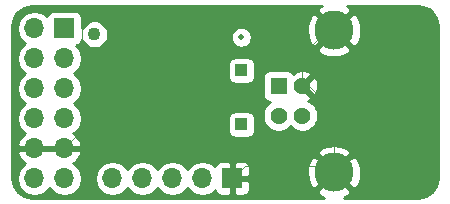
<source format=gbr>
G04 #@! TF.GenerationSoftware,KiCad,Pcbnew,5.1.6-c6e7f7d~86~ubuntu18.04.1*
G04 #@! TF.CreationDate,2021-05-10T21:05:39-07:00*
G04 #@! TF.ProjectId,usb_dev_pmod,7573625f-6465-4765-9f70-6d6f642e6b69,rev?*
G04 #@! TF.SameCoordinates,Original*
G04 #@! TF.FileFunction,Copper,L2,Inr*
G04 #@! TF.FilePolarity,Positive*
%FSLAX46Y46*%
G04 Gerber Fmt 4.6, Leading zero omitted, Abs format (unit mm)*
G04 Created by KiCad (PCBNEW 5.1.6-c6e7f7d~86~ubuntu18.04.1) date 2021-05-10 21:05:39*
%MOMM*%
%LPD*%
G01*
G04 APERTURE LIST*
G04 #@! TA.AperFunction,ViaPad*
%ADD10R,1.000000X1.000000*%
G04 #@! TD*
G04 #@! TA.AperFunction,ViaPad*
%ADD11C,3.316000*%
G04 #@! TD*
G04 #@! TA.AperFunction,ViaPad*
%ADD12C,1.428000*%
G04 #@! TD*
G04 #@! TA.AperFunction,ViaPad*
%ADD13R,1.428000X1.428000*%
G04 #@! TD*
G04 #@! TA.AperFunction,ViaPad*
%ADD14O,1.700000X1.700000*%
G04 #@! TD*
G04 #@! TA.AperFunction,ViaPad*
%ADD15R,1.700000X1.700000*%
G04 #@! TD*
G04 #@! TA.AperFunction,ViaPad*
%ADD16C,1.100000*%
G04 #@! TD*
G04 #@! TA.AperFunction,ViaPad*
%ADD17C,0.500000*%
G04 #@! TD*
G04 #@! TA.AperFunction,Conductor*
%ADD18C,0.088900*%
G04 #@! TD*
G04 #@! TA.AperFunction,Conductor*
%ADD19C,0.254000*%
G04 #@! TD*
G04 APERTURE END LIST*
D10*
X101346000Y-79248000D03*
X101346000Y-74676000D03*
D11*
X109202000Y-71272000D03*
X109202000Y-83312000D03*
D12*
X106492000Y-76002000D03*
X106492000Y-78502000D03*
X104492000Y-78502000D03*
D13*
X104492000Y-76002000D03*
D14*
X90424000Y-83820000D03*
X92964000Y-83820000D03*
X95504000Y-83820000D03*
X98044000Y-83820000D03*
D15*
X100584000Y-83820000D03*
D14*
X83820000Y-83820000D03*
X86360000Y-83820000D03*
X83820000Y-81280000D03*
X86360000Y-81280000D03*
X83820000Y-78740000D03*
X86360000Y-78740000D03*
X83820000Y-76200000D03*
X86360000Y-76200000D03*
X83820000Y-73660000D03*
X86360000Y-73660000D03*
X83820000Y-71120000D03*
D15*
X86360000Y-71120000D03*
D16*
X88900000Y-71628000D03*
X88900000Y-70104000D03*
X90703071Y-79023371D03*
D17*
X101346000Y-71882000D03*
D18*
X83820000Y-81280000D02*
X86360000Y-81280000D01*
X100584000Y-83820000D02*
X100584000Y-82804000D01*
X99060000Y-81280000D02*
X86360000Y-81280000D01*
X100584000Y-82804000D02*
X99060000Y-81280000D01*
X86360000Y-81280000D02*
X87381451Y-80258549D01*
X87381451Y-80258549D02*
X87884000Y-79756000D01*
X87884000Y-79756000D02*
X87884000Y-70612000D01*
X88392000Y-70612000D02*
X88900000Y-70104000D01*
X87884000Y-70612000D02*
X88392000Y-70612000D01*
X86360000Y-81280000D02*
X88446442Y-81280000D01*
X88446442Y-81280000D02*
X90703071Y-79023371D01*
X106492000Y-73398000D02*
X106492000Y-75418000D01*
X109202000Y-70688000D02*
X106492000Y-73398000D01*
X109202000Y-78128000D02*
X109202000Y-82728000D01*
X106492000Y-75418000D02*
X109202000Y-78128000D01*
X101676000Y-82728000D02*
X100584000Y-83820000D01*
X109202000Y-82728000D02*
X101676000Y-82728000D01*
D19*
G36*
X107952491Y-69336133D02*
G01*
X107777475Y-69667870D01*
X109202000Y-71092395D01*
X110626525Y-69667870D01*
X110451509Y-69336133D01*
X110264578Y-69240000D01*
X116299721Y-69240000D01*
X116647210Y-69274072D01*
X116950413Y-69365614D01*
X117230064Y-69514307D01*
X117475505Y-69714484D01*
X117677391Y-69958521D01*
X117828031Y-70237125D01*
X117921690Y-70539688D01*
X117958001Y-70885167D01*
X117958000Y-83787721D01*
X117923928Y-84135209D01*
X117832384Y-84438417D01*
X117683693Y-84718063D01*
X117483516Y-84963505D01*
X117239476Y-85165392D01*
X116960875Y-85316031D01*
X116658313Y-85409690D01*
X116312842Y-85446000D01*
X110056440Y-85446000D01*
X110117424Y-85426438D01*
X110451509Y-85247867D01*
X110626525Y-84916130D01*
X109202000Y-83491605D01*
X107777475Y-84916130D01*
X107952491Y-85247867D01*
X108337762Y-85446000D01*
X83598279Y-85446000D01*
X83250791Y-85411928D01*
X82947583Y-85320384D01*
X82667937Y-85171693D01*
X82422495Y-84971516D01*
X82220608Y-84727476D01*
X82069969Y-84448875D01*
X81976310Y-84146313D01*
X81940000Y-83800842D01*
X81940000Y-83673740D01*
X82335000Y-83673740D01*
X82335000Y-83966260D01*
X82392068Y-84253158D01*
X82504010Y-84523411D01*
X82666525Y-84766632D01*
X82873368Y-84973475D01*
X83116589Y-85135990D01*
X83386842Y-85247932D01*
X83673740Y-85305000D01*
X83966260Y-85305000D01*
X84253158Y-85247932D01*
X84523411Y-85135990D01*
X84766632Y-84973475D01*
X84973475Y-84766632D01*
X85090000Y-84592240D01*
X85206525Y-84766632D01*
X85413368Y-84973475D01*
X85656589Y-85135990D01*
X85926842Y-85247932D01*
X86213740Y-85305000D01*
X86506260Y-85305000D01*
X86793158Y-85247932D01*
X87063411Y-85135990D01*
X87306632Y-84973475D01*
X87513475Y-84766632D01*
X87675990Y-84523411D01*
X87787932Y-84253158D01*
X87845000Y-83966260D01*
X87845000Y-83673740D01*
X88939000Y-83673740D01*
X88939000Y-83966260D01*
X88996068Y-84253158D01*
X89108010Y-84523411D01*
X89270525Y-84766632D01*
X89477368Y-84973475D01*
X89720589Y-85135990D01*
X89990842Y-85247932D01*
X90277740Y-85305000D01*
X90570260Y-85305000D01*
X90857158Y-85247932D01*
X91127411Y-85135990D01*
X91370632Y-84973475D01*
X91577475Y-84766632D01*
X91694000Y-84592240D01*
X91810525Y-84766632D01*
X92017368Y-84973475D01*
X92260589Y-85135990D01*
X92530842Y-85247932D01*
X92817740Y-85305000D01*
X93110260Y-85305000D01*
X93397158Y-85247932D01*
X93667411Y-85135990D01*
X93910632Y-84973475D01*
X94117475Y-84766632D01*
X94234000Y-84592240D01*
X94350525Y-84766632D01*
X94557368Y-84973475D01*
X94800589Y-85135990D01*
X95070842Y-85247932D01*
X95357740Y-85305000D01*
X95650260Y-85305000D01*
X95937158Y-85247932D01*
X96207411Y-85135990D01*
X96450632Y-84973475D01*
X96657475Y-84766632D01*
X96774000Y-84592240D01*
X96890525Y-84766632D01*
X97097368Y-84973475D01*
X97340589Y-85135990D01*
X97610842Y-85247932D01*
X97897740Y-85305000D01*
X98190260Y-85305000D01*
X98477158Y-85247932D01*
X98747411Y-85135990D01*
X98990632Y-84973475D01*
X99122487Y-84841620D01*
X99144498Y-84914180D01*
X99203463Y-85024494D01*
X99282815Y-85121185D01*
X99379506Y-85200537D01*
X99489820Y-85259502D01*
X99609518Y-85295812D01*
X99734000Y-85308072D01*
X100298250Y-85305000D01*
X100457000Y-85146250D01*
X100457000Y-83947000D01*
X100711000Y-83947000D01*
X100711000Y-85146250D01*
X100869750Y-85305000D01*
X101434000Y-85308072D01*
X101558482Y-85295812D01*
X101678180Y-85259502D01*
X101788494Y-85200537D01*
X101885185Y-85121185D01*
X101964537Y-85024494D01*
X102023502Y-84914180D01*
X102059812Y-84794482D01*
X102072072Y-84670000D01*
X102069000Y-84105750D01*
X101910250Y-83947000D01*
X100711000Y-83947000D01*
X100457000Y-83947000D01*
X100437000Y-83947000D01*
X100437000Y-83693000D01*
X100457000Y-83693000D01*
X100457000Y-82493750D01*
X100711000Y-82493750D01*
X100711000Y-83693000D01*
X101910250Y-83693000D01*
X102069000Y-83534250D01*
X102070010Y-83348581D01*
X106898196Y-83348581D01*
X106949600Y-83797328D01*
X107087562Y-84227424D01*
X107266133Y-84561509D01*
X107597870Y-84736525D01*
X109022395Y-83312000D01*
X109381605Y-83312000D01*
X110806130Y-84736525D01*
X111137867Y-84561509D01*
X111344437Y-84159832D01*
X111468674Y-83725572D01*
X111505804Y-83275419D01*
X111454400Y-82826672D01*
X111316438Y-82396576D01*
X111137867Y-82062491D01*
X110806130Y-81887475D01*
X109381605Y-83312000D01*
X109022395Y-83312000D01*
X107597870Y-81887475D01*
X107266133Y-82062491D01*
X107059563Y-82464168D01*
X106935326Y-82898428D01*
X106898196Y-83348581D01*
X102070010Y-83348581D01*
X102072072Y-82970000D01*
X102059812Y-82845518D01*
X102023502Y-82725820D01*
X101964537Y-82615506D01*
X101885185Y-82518815D01*
X101788494Y-82439463D01*
X101678180Y-82380498D01*
X101558482Y-82344188D01*
X101434000Y-82331928D01*
X100869750Y-82335000D01*
X100711000Y-82493750D01*
X100457000Y-82493750D01*
X100298250Y-82335000D01*
X99734000Y-82331928D01*
X99609518Y-82344188D01*
X99489820Y-82380498D01*
X99379506Y-82439463D01*
X99282815Y-82518815D01*
X99203463Y-82615506D01*
X99144498Y-82725820D01*
X99122487Y-82798380D01*
X98990632Y-82666525D01*
X98747411Y-82504010D01*
X98477158Y-82392068D01*
X98190260Y-82335000D01*
X97897740Y-82335000D01*
X97610842Y-82392068D01*
X97340589Y-82504010D01*
X97097368Y-82666525D01*
X96890525Y-82873368D01*
X96774000Y-83047760D01*
X96657475Y-82873368D01*
X96450632Y-82666525D01*
X96207411Y-82504010D01*
X95937158Y-82392068D01*
X95650260Y-82335000D01*
X95357740Y-82335000D01*
X95070842Y-82392068D01*
X94800589Y-82504010D01*
X94557368Y-82666525D01*
X94350525Y-82873368D01*
X94234000Y-83047760D01*
X94117475Y-82873368D01*
X93910632Y-82666525D01*
X93667411Y-82504010D01*
X93397158Y-82392068D01*
X93110260Y-82335000D01*
X92817740Y-82335000D01*
X92530842Y-82392068D01*
X92260589Y-82504010D01*
X92017368Y-82666525D01*
X91810525Y-82873368D01*
X91694000Y-83047760D01*
X91577475Y-82873368D01*
X91370632Y-82666525D01*
X91127411Y-82504010D01*
X90857158Y-82392068D01*
X90570260Y-82335000D01*
X90277740Y-82335000D01*
X89990842Y-82392068D01*
X89720589Y-82504010D01*
X89477368Y-82666525D01*
X89270525Y-82873368D01*
X89108010Y-83116589D01*
X88996068Y-83386842D01*
X88939000Y-83673740D01*
X87845000Y-83673740D01*
X87787932Y-83386842D01*
X87675990Y-83116589D01*
X87513475Y-82873368D01*
X87306632Y-82666525D01*
X87124466Y-82544805D01*
X87241355Y-82475178D01*
X87457588Y-82280269D01*
X87631641Y-82046920D01*
X87756825Y-81784099D01*
X87779946Y-81707870D01*
X107777475Y-81707870D01*
X109202000Y-83132395D01*
X110626525Y-81707870D01*
X110451509Y-81376133D01*
X110049832Y-81169563D01*
X109615572Y-81045326D01*
X109165419Y-81008196D01*
X108716672Y-81059600D01*
X108286576Y-81197562D01*
X107952491Y-81376133D01*
X107777475Y-81707870D01*
X87779946Y-81707870D01*
X87801476Y-81636890D01*
X87680155Y-81407000D01*
X86487000Y-81407000D01*
X86487000Y-81427000D01*
X86233000Y-81427000D01*
X86233000Y-81407000D01*
X83947000Y-81407000D01*
X83947000Y-81427000D01*
X83693000Y-81427000D01*
X83693000Y-81407000D01*
X82499845Y-81407000D01*
X82378524Y-81636890D01*
X82423175Y-81784099D01*
X82548359Y-82046920D01*
X82722412Y-82280269D01*
X82938645Y-82475178D01*
X83055534Y-82544805D01*
X82873368Y-82666525D01*
X82666525Y-82873368D01*
X82504010Y-83116589D01*
X82392068Y-83386842D01*
X82335000Y-83673740D01*
X81940000Y-83673740D01*
X81940000Y-70973740D01*
X82335000Y-70973740D01*
X82335000Y-71266260D01*
X82392068Y-71553158D01*
X82504010Y-71823411D01*
X82666525Y-72066632D01*
X82873368Y-72273475D01*
X83047760Y-72390000D01*
X82873368Y-72506525D01*
X82666525Y-72713368D01*
X82504010Y-72956589D01*
X82392068Y-73226842D01*
X82335000Y-73513740D01*
X82335000Y-73806260D01*
X82392068Y-74093158D01*
X82504010Y-74363411D01*
X82666525Y-74606632D01*
X82873368Y-74813475D01*
X83047760Y-74930000D01*
X82873368Y-75046525D01*
X82666525Y-75253368D01*
X82504010Y-75496589D01*
X82392068Y-75766842D01*
X82335000Y-76053740D01*
X82335000Y-76346260D01*
X82392068Y-76633158D01*
X82504010Y-76903411D01*
X82666525Y-77146632D01*
X82873368Y-77353475D01*
X83047760Y-77470000D01*
X82873368Y-77586525D01*
X82666525Y-77793368D01*
X82504010Y-78036589D01*
X82392068Y-78306842D01*
X82335000Y-78593740D01*
X82335000Y-78886260D01*
X82392068Y-79173158D01*
X82504010Y-79443411D01*
X82666525Y-79686632D01*
X82873368Y-79893475D01*
X83055534Y-80015195D01*
X82938645Y-80084822D01*
X82722412Y-80279731D01*
X82548359Y-80513080D01*
X82423175Y-80775901D01*
X82378524Y-80923110D01*
X82499845Y-81153000D01*
X83693000Y-81153000D01*
X83693000Y-81133000D01*
X83947000Y-81133000D01*
X83947000Y-81153000D01*
X86233000Y-81153000D01*
X86233000Y-81133000D01*
X86487000Y-81133000D01*
X86487000Y-81153000D01*
X87680155Y-81153000D01*
X87801476Y-80923110D01*
X87756825Y-80775901D01*
X87631641Y-80513080D01*
X87457588Y-80279731D01*
X87241355Y-80084822D01*
X87124466Y-80015195D01*
X87306632Y-79893475D01*
X87513475Y-79686632D01*
X87675990Y-79443411D01*
X87787932Y-79173158D01*
X87845000Y-78886260D01*
X87845000Y-78748000D01*
X100207928Y-78748000D01*
X100207928Y-79748000D01*
X100220188Y-79872482D01*
X100256498Y-79992180D01*
X100315463Y-80102494D01*
X100394815Y-80199185D01*
X100491506Y-80278537D01*
X100601820Y-80337502D01*
X100721518Y-80373812D01*
X100846000Y-80386072D01*
X101846000Y-80386072D01*
X101970482Y-80373812D01*
X102090180Y-80337502D01*
X102200494Y-80278537D01*
X102297185Y-80199185D01*
X102376537Y-80102494D01*
X102435502Y-79992180D01*
X102471812Y-79872482D01*
X102484072Y-79748000D01*
X102484072Y-78748000D01*
X102471812Y-78623518D01*
X102435502Y-78503820D01*
X102376537Y-78393506D01*
X102297185Y-78296815D01*
X102200494Y-78217463D01*
X102090180Y-78158498D01*
X101970482Y-78122188D01*
X101846000Y-78109928D01*
X100846000Y-78109928D01*
X100721518Y-78122188D01*
X100601820Y-78158498D01*
X100491506Y-78217463D01*
X100394815Y-78296815D01*
X100315463Y-78393506D01*
X100256498Y-78503820D01*
X100220188Y-78623518D01*
X100207928Y-78748000D01*
X87845000Y-78748000D01*
X87845000Y-78593740D01*
X87787932Y-78306842D01*
X87675990Y-78036589D01*
X87513475Y-77793368D01*
X87306632Y-77586525D01*
X87132240Y-77470000D01*
X87306632Y-77353475D01*
X87513475Y-77146632D01*
X87675990Y-76903411D01*
X87787932Y-76633158D01*
X87845000Y-76346260D01*
X87845000Y-76053740D01*
X87787932Y-75766842D01*
X87675990Y-75496589D01*
X87513475Y-75253368D01*
X87306632Y-75046525D01*
X87132240Y-74930000D01*
X87306632Y-74813475D01*
X87513475Y-74606632D01*
X87675990Y-74363411D01*
X87753617Y-74176000D01*
X100207928Y-74176000D01*
X100207928Y-75176000D01*
X100220188Y-75300482D01*
X100256498Y-75420180D01*
X100315463Y-75530494D01*
X100394815Y-75627185D01*
X100491506Y-75706537D01*
X100601820Y-75765502D01*
X100721518Y-75801812D01*
X100846000Y-75814072D01*
X101846000Y-75814072D01*
X101970482Y-75801812D01*
X102090180Y-75765502D01*
X102200494Y-75706537D01*
X102297185Y-75627185D01*
X102376537Y-75530494D01*
X102435502Y-75420180D01*
X102471812Y-75300482D01*
X102473041Y-75288000D01*
X103139928Y-75288000D01*
X103139928Y-76716000D01*
X103152188Y-76840482D01*
X103188498Y-76960180D01*
X103247463Y-77070494D01*
X103326815Y-77167185D01*
X103423506Y-77246537D01*
X103533820Y-77305502D01*
X103653518Y-77341812D01*
X103778000Y-77354072D01*
X103781860Y-77354072D01*
X103632063Y-77454163D01*
X103444163Y-77642063D01*
X103296532Y-77863009D01*
X103194842Y-78108511D01*
X103143000Y-78369135D01*
X103143000Y-78634865D01*
X103194842Y-78895489D01*
X103296532Y-79140991D01*
X103444163Y-79361937D01*
X103632063Y-79549837D01*
X103853009Y-79697468D01*
X104098511Y-79799158D01*
X104359135Y-79851000D01*
X104624865Y-79851000D01*
X104885489Y-79799158D01*
X105130991Y-79697468D01*
X105351937Y-79549837D01*
X105492000Y-79409774D01*
X105632063Y-79549837D01*
X105853009Y-79697468D01*
X106098511Y-79799158D01*
X106359135Y-79851000D01*
X106624865Y-79851000D01*
X106885489Y-79799158D01*
X107130991Y-79697468D01*
X107351937Y-79549837D01*
X107539837Y-79361937D01*
X107687468Y-79140991D01*
X107789158Y-78895489D01*
X107841000Y-78634865D01*
X107841000Y-78369135D01*
X107789158Y-78108511D01*
X107687468Y-77863009D01*
X107539837Y-77642063D01*
X107351937Y-77454163D01*
X107130991Y-77306532D01*
X107000519Y-77252489D01*
X107078258Y-77224193D01*
X107182509Y-77168470D01*
X107243668Y-76933273D01*
X106492000Y-76181605D01*
X106477858Y-76195748D01*
X106298253Y-76016143D01*
X106312395Y-76002000D01*
X106671605Y-76002000D01*
X107423273Y-76753668D01*
X107658470Y-76692509D01*
X107770768Y-76451674D01*
X107833924Y-76193559D01*
X107845511Y-75928081D01*
X107805082Y-75665445D01*
X107714193Y-75415742D01*
X107658470Y-75311491D01*
X107423273Y-75250332D01*
X106671605Y-76002000D01*
X106312395Y-76002000D01*
X106298253Y-75987858D01*
X106477858Y-75808253D01*
X106492000Y-75822395D01*
X107243668Y-75070727D01*
X107182509Y-74835530D01*
X106941674Y-74723232D01*
X106683559Y-74660076D01*
X106418081Y-74648489D01*
X106155445Y-74688918D01*
X105905742Y-74779807D01*
X105801491Y-74835530D01*
X105763094Y-74983191D01*
X105736537Y-74933506D01*
X105657185Y-74836815D01*
X105560494Y-74757463D01*
X105450180Y-74698498D01*
X105330482Y-74662188D01*
X105206000Y-74649928D01*
X103778000Y-74649928D01*
X103653518Y-74662188D01*
X103533820Y-74698498D01*
X103423506Y-74757463D01*
X103326815Y-74836815D01*
X103247463Y-74933506D01*
X103188498Y-75043820D01*
X103152188Y-75163518D01*
X103139928Y-75288000D01*
X102473041Y-75288000D01*
X102484072Y-75176000D01*
X102484072Y-74176000D01*
X102471812Y-74051518D01*
X102435502Y-73931820D01*
X102376537Y-73821506D01*
X102297185Y-73724815D01*
X102200494Y-73645463D01*
X102090180Y-73586498D01*
X101970482Y-73550188D01*
X101846000Y-73537928D01*
X100846000Y-73537928D01*
X100721518Y-73550188D01*
X100601820Y-73586498D01*
X100491506Y-73645463D01*
X100394815Y-73724815D01*
X100315463Y-73821506D01*
X100256498Y-73931820D01*
X100220188Y-74051518D01*
X100207928Y-74176000D01*
X87753617Y-74176000D01*
X87787932Y-74093158D01*
X87845000Y-73806260D01*
X87845000Y-73513740D01*
X87787932Y-73226842D01*
X87675990Y-72956589D01*
X87622230Y-72876130D01*
X107777475Y-72876130D01*
X107952491Y-73207867D01*
X108354168Y-73414437D01*
X108788428Y-73538674D01*
X109238581Y-73575804D01*
X109687328Y-73524400D01*
X110117424Y-73386438D01*
X110451509Y-73207867D01*
X110626525Y-72876130D01*
X109202000Y-71451605D01*
X107777475Y-72876130D01*
X87622230Y-72876130D01*
X87513475Y-72713368D01*
X87381620Y-72581513D01*
X87454180Y-72559502D01*
X87564494Y-72500537D01*
X87661185Y-72421185D01*
X87740537Y-72324494D01*
X87799502Y-72214180D01*
X87825149Y-72129634D01*
X87849866Y-72189308D01*
X87979550Y-72383394D01*
X88144606Y-72548450D01*
X88338692Y-72678134D01*
X88554348Y-72767461D01*
X88783288Y-72813000D01*
X89016712Y-72813000D01*
X89245652Y-72767461D01*
X89461308Y-72678134D01*
X89655394Y-72548450D01*
X89820450Y-72383394D01*
X89950134Y-72189308D01*
X90039461Y-71973652D01*
X90075029Y-71794835D01*
X100461000Y-71794835D01*
X100461000Y-71969165D01*
X100495010Y-72140145D01*
X100561723Y-72301205D01*
X100658576Y-72446155D01*
X100781845Y-72569424D01*
X100926795Y-72666277D01*
X101087855Y-72732990D01*
X101258835Y-72767000D01*
X101433165Y-72767000D01*
X101604145Y-72732990D01*
X101765205Y-72666277D01*
X101910155Y-72569424D01*
X102033424Y-72446155D01*
X102130277Y-72301205D01*
X102196990Y-72140145D01*
X102231000Y-71969165D01*
X102231000Y-71794835D01*
X102196990Y-71623855D01*
X102130277Y-71462795D01*
X102033424Y-71317845D01*
X102024160Y-71308581D01*
X106898196Y-71308581D01*
X106949600Y-71757328D01*
X107087562Y-72187424D01*
X107266133Y-72521509D01*
X107597870Y-72696525D01*
X109022395Y-71272000D01*
X109381605Y-71272000D01*
X110806130Y-72696525D01*
X111137867Y-72521509D01*
X111344437Y-72119832D01*
X111468674Y-71685572D01*
X111505804Y-71235419D01*
X111454400Y-70786672D01*
X111316438Y-70356576D01*
X111137867Y-70022491D01*
X110806130Y-69847475D01*
X109381605Y-71272000D01*
X109022395Y-71272000D01*
X107597870Y-69847475D01*
X107266133Y-70022491D01*
X107059563Y-70424168D01*
X106935326Y-70858428D01*
X106898196Y-71308581D01*
X102024160Y-71308581D01*
X101910155Y-71194576D01*
X101765205Y-71097723D01*
X101604145Y-71031010D01*
X101433165Y-70997000D01*
X101258835Y-70997000D01*
X101087855Y-71031010D01*
X100926795Y-71097723D01*
X100781845Y-71194576D01*
X100658576Y-71317845D01*
X100561723Y-71462795D01*
X100495010Y-71623855D01*
X100461000Y-71794835D01*
X90075029Y-71794835D01*
X90085000Y-71744712D01*
X90085000Y-71511288D01*
X90039461Y-71282348D01*
X89950134Y-71066692D01*
X89820450Y-70872606D01*
X89655394Y-70707550D01*
X89461308Y-70577866D01*
X89245652Y-70488539D01*
X89016712Y-70443000D01*
X88783288Y-70443000D01*
X88554348Y-70488539D01*
X88338692Y-70577866D01*
X88144606Y-70707550D01*
X87979550Y-70872606D01*
X87849866Y-71066692D01*
X87848072Y-71071023D01*
X87848072Y-70270000D01*
X87835812Y-70145518D01*
X87799502Y-70025820D01*
X87740537Y-69915506D01*
X87661185Y-69818815D01*
X87564494Y-69739463D01*
X87454180Y-69680498D01*
X87334482Y-69644188D01*
X87210000Y-69631928D01*
X85510000Y-69631928D01*
X85385518Y-69644188D01*
X85265820Y-69680498D01*
X85155506Y-69739463D01*
X85058815Y-69818815D01*
X84979463Y-69915506D01*
X84920498Y-70025820D01*
X84898487Y-70098380D01*
X84766632Y-69966525D01*
X84523411Y-69804010D01*
X84253158Y-69692068D01*
X83966260Y-69635000D01*
X83673740Y-69635000D01*
X83386842Y-69692068D01*
X83116589Y-69804010D01*
X82873368Y-69966525D01*
X82666525Y-70173368D01*
X82504010Y-70416589D01*
X82392068Y-70686842D01*
X82335000Y-70973740D01*
X81940000Y-70973740D01*
X81940000Y-70898279D01*
X81974072Y-70550790D01*
X82065614Y-70247587D01*
X82214307Y-69967936D01*
X82414484Y-69722495D01*
X82658521Y-69520609D01*
X82937125Y-69369969D01*
X83239688Y-69276310D01*
X83585158Y-69240000D01*
X108132344Y-69240000D01*
X107952491Y-69336133D01*
G37*
X107952491Y-69336133D02*
X107777475Y-69667870D01*
X109202000Y-71092395D01*
X110626525Y-69667870D01*
X110451509Y-69336133D01*
X110264578Y-69240000D01*
X116299721Y-69240000D01*
X116647210Y-69274072D01*
X116950413Y-69365614D01*
X117230064Y-69514307D01*
X117475505Y-69714484D01*
X117677391Y-69958521D01*
X117828031Y-70237125D01*
X117921690Y-70539688D01*
X117958001Y-70885167D01*
X117958000Y-83787721D01*
X117923928Y-84135209D01*
X117832384Y-84438417D01*
X117683693Y-84718063D01*
X117483516Y-84963505D01*
X117239476Y-85165392D01*
X116960875Y-85316031D01*
X116658313Y-85409690D01*
X116312842Y-85446000D01*
X110056440Y-85446000D01*
X110117424Y-85426438D01*
X110451509Y-85247867D01*
X110626525Y-84916130D01*
X109202000Y-83491605D01*
X107777475Y-84916130D01*
X107952491Y-85247867D01*
X108337762Y-85446000D01*
X83598279Y-85446000D01*
X83250791Y-85411928D01*
X82947583Y-85320384D01*
X82667937Y-85171693D01*
X82422495Y-84971516D01*
X82220608Y-84727476D01*
X82069969Y-84448875D01*
X81976310Y-84146313D01*
X81940000Y-83800842D01*
X81940000Y-83673740D01*
X82335000Y-83673740D01*
X82335000Y-83966260D01*
X82392068Y-84253158D01*
X82504010Y-84523411D01*
X82666525Y-84766632D01*
X82873368Y-84973475D01*
X83116589Y-85135990D01*
X83386842Y-85247932D01*
X83673740Y-85305000D01*
X83966260Y-85305000D01*
X84253158Y-85247932D01*
X84523411Y-85135990D01*
X84766632Y-84973475D01*
X84973475Y-84766632D01*
X85090000Y-84592240D01*
X85206525Y-84766632D01*
X85413368Y-84973475D01*
X85656589Y-85135990D01*
X85926842Y-85247932D01*
X86213740Y-85305000D01*
X86506260Y-85305000D01*
X86793158Y-85247932D01*
X87063411Y-85135990D01*
X87306632Y-84973475D01*
X87513475Y-84766632D01*
X87675990Y-84523411D01*
X87787932Y-84253158D01*
X87845000Y-83966260D01*
X87845000Y-83673740D01*
X88939000Y-83673740D01*
X88939000Y-83966260D01*
X88996068Y-84253158D01*
X89108010Y-84523411D01*
X89270525Y-84766632D01*
X89477368Y-84973475D01*
X89720589Y-85135990D01*
X89990842Y-85247932D01*
X90277740Y-85305000D01*
X90570260Y-85305000D01*
X90857158Y-85247932D01*
X91127411Y-85135990D01*
X91370632Y-84973475D01*
X91577475Y-84766632D01*
X91694000Y-84592240D01*
X91810525Y-84766632D01*
X92017368Y-84973475D01*
X92260589Y-85135990D01*
X92530842Y-85247932D01*
X92817740Y-85305000D01*
X93110260Y-85305000D01*
X93397158Y-85247932D01*
X93667411Y-85135990D01*
X93910632Y-84973475D01*
X94117475Y-84766632D01*
X94234000Y-84592240D01*
X94350525Y-84766632D01*
X94557368Y-84973475D01*
X94800589Y-85135990D01*
X95070842Y-85247932D01*
X95357740Y-85305000D01*
X95650260Y-85305000D01*
X95937158Y-85247932D01*
X96207411Y-85135990D01*
X96450632Y-84973475D01*
X96657475Y-84766632D01*
X96774000Y-84592240D01*
X96890525Y-84766632D01*
X97097368Y-84973475D01*
X97340589Y-85135990D01*
X97610842Y-85247932D01*
X97897740Y-85305000D01*
X98190260Y-85305000D01*
X98477158Y-85247932D01*
X98747411Y-85135990D01*
X98990632Y-84973475D01*
X99122487Y-84841620D01*
X99144498Y-84914180D01*
X99203463Y-85024494D01*
X99282815Y-85121185D01*
X99379506Y-85200537D01*
X99489820Y-85259502D01*
X99609518Y-85295812D01*
X99734000Y-85308072D01*
X100298250Y-85305000D01*
X100457000Y-85146250D01*
X100457000Y-83947000D01*
X100711000Y-83947000D01*
X100711000Y-85146250D01*
X100869750Y-85305000D01*
X101434000Y-85308072D01*
X101558482Y-85295812D01*
X101678180Y-85259502D01*
X101788494Y-85200537D01*
X101885185Y-85121185D01*
X101964537Y-85024494D01*
X102023502Y-84914180D01*
X102059812Y-84794482D01*
X102072072Y-84670000D01*
X102069000Y-84105750D01*
X101910250Y-83947000D01*
X100711000Y-83947000D01*
X100457000Y-83947000D01*
X100437000Y-83947000D01*
X100437000Y-83693000D01*
X100457000Y-83693000D01*
X100457000Y-82493750D01*
X100711000Y-82493750D01*
X100711000Y-83693000D01*
X101910250Y-83693000D01*
X102069000Y-83534250D01*
X102070010Y-83348581D01*
X106898196Y-83348581D01*
X106949600Y-83797328D01*
X107087562Y-84227424D01*
X107266133Y-84561509D01*
X107597870Y-84736525D01*
X109022395Y-83312000D01*
X109381605Y-83312000D01*
X110806130Y-84736525D01*
X111137867Y-84561509D01*
X111344437Y-84159832D01*
X111468674Y-83725572D01*
X111505804Y-83275419D01*
X111454400Y-82826672D01*
X111316438Y-82396576D01*
X111137867Y-82062491D01*
X110806130Y-81887475D01*
X109381605Y-83312000D01*
X109022395Y-83312000D01*
X107597870Y-81887475D01*
X107266133Y-82062491D01*
X107059563Y-82464168D01*
X106935326Y-82898428D01*
X106898196Y-83348581D01*
X102070010Y-83348581D01*
X102072072Y-82970000D01*
X102059812Y-82845518D01*
X102023502Y-82725820D01*
X101964537Y-82615506D01*
X101885185Y-82518815D01*
X101788494Y-82439463D01*
X101678180Y-82380498D01*
X101558482Y-82344188D01*
X101434000Y-82331928D01*
X100869750Y-82335000D01*
X100711000Y-82493750D01*
X100457000Y-82493750D01*
X100298250Y-82335000D01*
X99734000Y-82331928D01*
X99609518Y-82344188D01*
X99489820Y-82380498D01*
X99379506Y-82439463D01*
X99282815Y-82518815D01*
X99203463Y-82615506D01*
X99144498Y-82725820D01*
X99122487Y-82798380D01*
X98990632Y-82666525D01*
X98747411Y-82504010D01*
X98477158Y-82392068D01*
X98190260Y-82335000D01*
X97897740Y-82335000D01*
X97610842Y-82392068D01*
X97340589Y-82504010D01*
X97097368Y-82666525D01*
X96890525Y-82873368D01*
X96774000Y-83047760D01*
X96657475Y-82873368D01*
X96450632Y-82666525D01*
X96207411Y-82504010D01*
X95937158Y-82392068D01*
X95650260Y-82335000D01*
X95357740Y-82335000D01*
X95070842Y-82392068D01*
X94800589Y-82504010D01*
X94557368Y-82666525D01*
X94350525Y-82873368D01*
X94234000Y-83047760D01*
X94117475Y-82873368D01*
X93910632Y-82666525D01*
X93667411Y-82504010D01*
X93397158Y-82392068D01*
X93110260Y-82335000D01*
X92817740Y-82335000D01*
X92530842Y-82392068D01*
X92260589Y-82504010D01*
X92017368Y-82666525D01*
X91810525Y-82873368D01*
X91694000Y-83047760D01*
X91577475Y-82873368D01*
X91370632Y-82666525D01*
X91127411Y-82504010D01*
X90857158Y-82392068D01*
X90570260Y-82335000D01*
X90277740Y-82335000D01*
X89990842Y-82392068D01*
X89720589Y-82504010D01*
X89477368Y-82666525D01*
X89270525Y-82873368D01*
X89108010Y-83116589D01*
X88996068Y-83386842D01*
X88939000Y-83673740D01*
X87845000Y-83673740D01*
X87787932Y-83386842D01*
X87675990Y-83116589D01*
X87513475Y-82873368D01*
X87306632Y-82666525D01*
X87124466Y-82544805D01*
X87241355Y-82475178D01*
X87457588Y-82280269D01*
X87631641Y-82046920D01*
X87756825Y-81784099D01*
X87779946Y-81707870D01*
X107777475Y-81707870D01*
X109202000Y-83132395D01*
X110626525Y-81707870D01*
X110451509Y-81376133D01*
X110049832Y-81169563D01*
X109615572Y-81045326D01*
X109165419Y-81008196D01*
X108716672Y-81059600D01*
X108286576Y-81197562D01*
X107952491Y-81376133D01*
X107777475Y-81707870D01*
X87779946Y-81707870D01*
X87801476Y-81636890D01*
X87680155Y-81407000D01*
X86487000Y-81407000D01*
X86487000Y-81427000D01*
X86233000Y-81427000D01*
X86233000Y-81407000D01*
X83947000Y-81407000D01*
X83947000Y-81427000D01*
X83693000Y-81427000D01*
X83693000Y-81407000D01*
X82499845Y-81407000D01*
X82378524Y-81636890D01*
X82423175Y-81784099D01*
X82548359Y-82046920D01*
X82722412Y-82280269D01*
X82938645Y-82475178D01*
X83055534Y-82544805D01*
X82873368Y-82666525D01*
X82666525Y-82873368D01*
X82504010Y-83116589D01*
X82392068Y-83386842D01*
X82335000Y-83673740D01*
X81940000Y-83673740D01*
X81940000Y-70973740D01*
X82335000Y-70973740D01*
X82335000Y-71266260D01*
X82392068Y-71553158D01*
X82504010Y-71823411D01*
X82666525Y-72066632D01*
X82873368Y-72273475D01*
X83047760Y-72390000D01*
X82873368Y-72506525D01*
X82666525Y-72713368D01*
X82504010Y-72956589D01*
X82392068Y-73226842D01*
X82335000Y-73513740D01*
X82335000Y-73806260D01*
X82392068Y-74093158D01*
X82504010Y-74363411D01*
X82666525Y-74606632D01*
X82873368Y-74813475D01*
X83047760Y-74930000D01*
X82873368Y-75046525D01*
X82666525Y-75253368D01*
X82504010Y-75496589D01*
X82392068Y-75766842D01*
X82335000Y-76053740D01*
X82335000Y-76346260D01*
X82392068Y-76633158D01*
X82504010Y-76903411D01*
X82666525Y-77146632D01*
X82873368Y-77353475D01*
X83047760Y-77470000D01*
X82873368Y-77586525D01*
X82666525Y-77793368D01*
X82504010Y-78036589D01*
X82392068Y-78306842D01*
X82335000Y-78593740D01*
X82335000Y-78886260D01*
X82392068Y-79173158D01*
X82504010Y-79443411D01*
X82666525Y-79686632D01*
X82873368Y-79893475D01*
X83055534Y-80015195D01*
X82938645Y-80084822D01*
X82722412Y-80279731D01*
X82548359Y-80513080D01*
X82423175Y-80775901D01*
X82378524Y-80923110D01*
X82499845Y-81153000D01*
X83693000Y-81153000D01*
X83693000Y-81133000D01*
X83947000Y-81133000D01*
X83947000Y-81153000D01*
X86233000Y-81153000D01*
X86233000Y-81133000D01*
X86487000Y-81133000D01*
X86487000Y-81153000D01*
X87680155Y-81153000D01*
X87801476Y-80923110D01*
X87756825Y-80775901D01*
X87631641Y-80513080D01*
X87457588Y-80279731D01*
X87241355Y-80084822D01*
X87124466Y-80015195D01*
X87306632Y-79893475D01*
X87513475Y-79686632D01*
X87675990Y-79443411D01*
X87787932Y-79173158D01*
X87845000Y-78886260D01*
X87845000Y-78748000D01*
X100207928Y-78748000D01*
X100207928Y-79748000D01*
X100220188Y-79872482D01*
X100256498Y-79992180D01*
X100315463Y-80102494D01*
X100394815Y-80199185D01*
X100491506Y-80278537D01*
X100601820Y-80337502D01*
X100721518Y-80373812D01*
X100846000Y-80386072D01*
X101846000Y-80386072D01*
X101970482Y-80373812D01*
X102090180Y-80337502D01*
X102200494Y-80278537D01*
X102297185Y-80199185D01*
X102376537Y-80102494D01*
X102435502Y-79992180D01*
X102471812Y-79872482D01*
X102484072Y-79748000D01*
X102484072Y-78748000D01*
X102471812Y-78623518D01*
X102435502Y-78503820D01*
X102376537Y-78393506D01*
X102297185Y-78296815D01*
X102200494Y-78217463D01*
X102090180Y-78158498D01*
X101970482Y-78122188D01*
X101846000Y-78109928D01*
X100846000Y-78109928D01*
X100721518Y-78122188D01*
X100601820Y-78158498D01*
X100491506Y-78217463D01*
X100394815Y-78296815D01*
X100315463Y-78393506D01*
X100256498Y-78503820D01*
X100220188Y-78623518D01*
X100207928Y-78748000D01*
X87845000Y-78748000D01*
X87845000Y-78593740D01*
X87787932Y-78306842D01*
X87675990Y-78036589D01*
X87513475Y-77793368D01*
X87306632Y-77586525D01*
X87132240Y-77470000D01*
X87306632Y-77353475D01*
X87513475Y-77146632D01*
X87675990Y-76903411D01*
X87787932Y-76633158D01*
X87845000Y-76346260D01*
X87845000Y-76053740D01*
X87787932Y-75766842D01*
X87675990Y-75496589D01*
X87513475Y-75253368D01*
X87306632Y-75046525D01*
X87132240Y-74930000D01*
X87306632Y-74813475D01*
X87513475Y-74606632D01*
X87675990Y-74363411D01*
X87753617Y-74176000D01*
X100207928Y-74176000D01*
X100207928Y-75176000D01*
X100220188Y-75300482D01*
X100256498Y-75420180D01*
X100315463Y-75530494D01*
X100394815Y-75627185D01*
X100491506Y-75706537D01*
X100601820Y-75765502D01*
X100721518Y-75801812D01*
X100846000Y-75814072D01*
X101846000Y-75814072D01*
X101970482Y-75801812D01*
X102090180Y-75765502D01*
X102200494Y-75706537D01*
X102297185Y-75627185D01*
X102376537Y-75530494D01*
X102435502Y-75420180D01*
X102471812Y-75300482D01*
X102473041Y-75288000D01*
X103139928Y-75288000D01*
X103139928Y-76716000D01*
X103152188Y-76840482D01*
X103188498Y-76960180D01*
X103247463Y-77070494D01*
X103326815Y-77167185D01*
X103423506Y-77246537D01*
X103533820Y-77305502D01*
X103653518Y-77341812D01*
X103778000Y-77354072D01*
X103781860Y-77354072D01*
X103632063Y-77454163D01*
X103444163Y-77642063D01*
X103296532Y-77863009D01*
X103194842Y-78108511D01*
X103143000Y-78369135D01*
X103143000Y-78634865D01*
X103194842Y-78895489D01*
X103296532Y-79140991D01*
X103444163Y-79361937D01*
X103632063Y-79549837D01*
X103853009Y-79697468D01*
X104098511Y-79799158D01*
X104359135Y-79851000D01*
X104624865Y-79851000D01*
X104885489Y-79799158D01*
X105130991Y-79697468D01*
X105351937Y-79549837D01*
X105492000Y-79409774D01*
X105632063Y-79549837D01*
X105853009Y-79697468D01*
X106098511Y-79799158D01*
X106359135Y-79851000D01*
X106624865Y-79851000D01*
X106885489Y-79799158D01*
X107130991Y-79697468D01*
X107351937Y-79549837D01*
X107539837Y-79361937D01*
X107687468Y-79140991D01*
X107789158Y-78895489D01*
X107841000Y-78634865D01*
X107841000Y-78369135D01*
X107789158Y-78108511D01*
X107687468Y-77863009D01*
X107539837Y-77642063D01*
X107351937Y-77454163D01*
X107130991Y-77306532D01*
X107000519Y-77252489D01*
X107078258Y-77224193D01*
X107182509Y-77168470D01*
X107243668Y-76933273D01*
X106492000Y-76181605D01*
X106477858Y-76195748D01*
X106298253Y-76016143D01*
X106312395Y-76002000D01*
X106671605Y-76002000D01*
X107423273Y-76753668D01*
X107658470Y-76692509D01*
X107770768Y-76451674D01*
X107833924Y-76193559D01*
X107845511Y-75928081D01*
X107805082Y-75665445D01*
X107714193Y-75415742D01*
X107658470Y-75311491D01*
X107423273Y-75250332D01*
X106671605Y-76002000D01*
X106312395Y-76002000D01*
X106298253Y-75987858D01*
X106477858Y-75808253D01*
X106492000Y-75822395D01*
X107243668Y-75070727D01*
X107182509Y-74835530D01*
X106941674Y-74723232D01*
X106683559Y-74660076D01*
X106418081Y-74648489D01*
X106155445Y-74688918D01*
X105905742Y-74779807D01*
X105801491Y-74835530D01*
X105763094Y-74983191D01*
X105736537Y-74933506D01*
X105657185Y-74836815D01*
X105560494Y-74757463D01*
X105450180Y-74698498D01*
X105330482Y-74662188D01*
X105206000Y-74649928D01*
X103778000Y-74649928D01*
X103653518Y-74662188D01*
X103533820Y-74698498D01*
X103423506Y-74757463D01*
X103326815Y-74836815D01*
X103247463Y-74933506D01*
X103188498Y-75043820D01*
X103152188Y-75163518D01*
X103139928Y-75288000D01*
X102473041Y-75288000D01*
X102484072Y-75176000D01*
X102484072Y-74176000D01*
X102471812Y-74051518D01*
X102435502Y-73931820D01*
X102376537Y-73821506D01*
X102297185Y-73724815D01*
X102200494Y-73645463D01*
X102090180Y-73586498D01*
X101970482Y-73550188D01*
X101846000Y-73537928D01*
X100846000Y-73537928D01*
X100721518Y-73550188D01*
X100601820Y-73586498D01*
X100491506Y-73645463D01*
X100394815Y-73724815D01*
X100315463Y-73821506D01*
X100256498Y-73931820D01*
X100220188Y-74051518D01*
X100207928Y-74176000D01*
X87753617Y-74176000D01*
X87787932Y-74093158D01*
X87845000Y-73806260D01*
X87845000Y-73513740D01*
X87787932Y-73226842D01*
X87675990Y-72956589D01*
X87622230Y-72876130D01*
X107777475Y-72876130D01*
X107952491Y-73207867D01*
X108354168Y-73414437D01*
X108788428Y-73538674D01*
X109238581Y-73575804D01*
X109687328Y-73524400D01*
X110117424Y-73386438D01*
X110451509Y-73207867D01*
X110626525Y-72876130D01*
X109202000Y-71451605D01*
X107777475Y-72876130D01*
X87622230Y-72876130D01*
X87513475Y-72713368D01*
X87381620Y-72581513D01*
X87454180Y-72559502D01*
X87564494Y-72500537D01*
X87661185Y-72421185D01*
X87740537Y-72324494D01*
X87799502Y-72214180D01*
X87825149Y-72129634D01*
X87849866Y-72189308D01*
X87979550Y-72383394D01*
X88144606Y-72548450D01*
X88338692Y-72678134D01*
X88554348Y-72767461D01*
X88783288Y-72813000D01*
X89016712Y-72813000D01*
X89245652Y-72767461D01*
X89461308Y-72678134D01*
X89655394Y-72548450D01*
X89820450Y-72383394D01*
X89950134Y-72189308D01*
X90039461Y-71973652D01*
X90075029Y-71794835D01*
X100461000Y-71794835D01*
X100461000Y-71969165D01*
X100495010Y-72140145D01*
X100561723Y-72301205D01*
X100658576Y-72446155D01*
X100781845Y-72569424D01*
X100926795Y-72666277D01*
X101087855Y-72732990D01*
X101258835Y-72767000D01*
X101433165Y-72767000D01*
X101604145Y-72732990D01*
X101765205Y-72666277D01*
X101910155Y-72569424D01*
X102033424Y-72446155D01*
X102130277Y-72301205D01*
X102196990Y-72140145D01*
X102231000Y-71969165D01*
X102231000Y-71794835D01*
X102196990Y-71623855D01*
X102130277Y-71462795D01*
X102033424Y-71317845D01*
X102024160Y-71308581D01*
X106898196Y-71308581D01*
X106949600Y-71757328D01*
X107087562Y-72187424D01*
X107266133Y-72521509D01*
X107597870Y-72696525D01*
X109022395Y-71272000D01*
X109381605Y-71272000D01*
X110806130Y-72696525D01*
X111137867Y-72521509D01*
X111344437Y-72119832D01*
X111468674Y-71685572D01*
X111505804Y-71235419D01*
X111454400Y-70786672D01*
X111316438Y-70356576D01*
X111137867Y-70022491D01*
X110806130Y-69847475D01*
X109381605Y-71272000D01*
X109022395Y-71272000D01*
X107597870Y-69847475D01*
X107266133Y-70022491D01*
X107059563Y-70424168D01*
X106935326Y-70858428D01*
X106898196Y-71308581D01*
X102024160Y-71308581D01*
X101910155Y-71194576D01*
X101765205Y-71097723D01*
X101604145Y-71031010D01*
X101433165Y-70997000D01*
X101258835Y-70997000D01*
X101087855Y-71031010D01*
X100926795Y-71097723D01*
X100781845Y-71194576D01*
X100658576Y-71317845D01*
X100561723Y-71462795D01*
X100495010Y-71623855D01*
X100461000Y-71794835D01*
X90075029Y-71794835D01*
X90085000Y-71744712D01*
X90085000Y-71511288D01*
X90039461Y-71282348D01*
X89950134Y-71066692D01*
X89820450Y-70872606D01*
X89655394Y-70707550D01*
X89461308Y-70577866D01*
X89245652Y-70488539D01*
X89016712Y-70443000D01*
X88783288Y-70443000D01*
X88554348Y-70488539D01*
X88338692Y-70577866D01*
X88144606Y-70707550D01*
X87979550Y-70872606D01*
X87849866Y-71066692D01*
X87848072Y-71071023D01*
X87848072Y-70270000D01*
X87835812Y-70145518D01*
X87799502Y-70025820D01*
X87740537Y-69915506D01*
X87661185Y-69818815D01*
X87564494Y-69739463D01*
X87454180Y-69680498D01*
X87334482Y-69644188D01*
X87210000Y-69631928D01*
X85510000Y-69631928D01*
X85385518Y-69644188D01*
X85265820Y-69680498D01*
X85155506Y-69739463D01*
X85058815Y-69818815D01*
X84979463Y-69915506D01*
X84920498Y-70025820D01*
X84898487Y-70098380D01*
X84766632Y-69966525D01*
X84523411Y-69804010D01*
X84253158Y-69692068D01*
X83966260Y-69635000D01*
X83673740Y-69635000D01*
X83386842Y-69692068D01*
X83116589Y-69804010D01*
X82873368Y-69966525D01*
X82666525Y-70173368D01*
X82504010Y-70416589D01*
X82392068Y-70686842D01*
X82335000Y-70973740D01*
X81940000Y-70973740D01*
X81940000Y-70898279D01*
X81974072Y-70550790D01*
X82065614Y-70247587D01*
X82214307Y-69967936D01*
X82414484Y-69722495D01*
X82658521Y-69520609D01*
X82937125Y-69369969D01*
X83239688Y-69276310D01*
X83585158Y-69240000D01*
X108132344Y-69240000D01*
X107952491Y-69336133D01*
M02*

</source>
